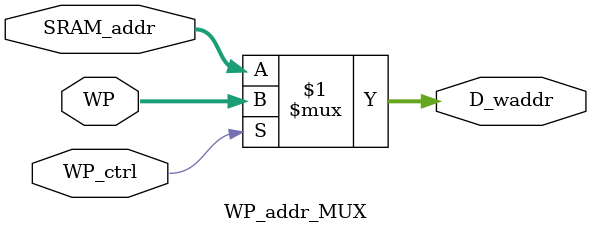
<source format=v>
`timescale 1ns / 1ps

module WP_addr_MUX
(
    input WP_ctrl,
    
    input [7:0] SRAM_addr,
    input [7:0] WP,

    output [7:0] D_waddr
);

    assign D_waddr = WP_ctrl ? WP : SRAM_addr;

endmodule
</source>
